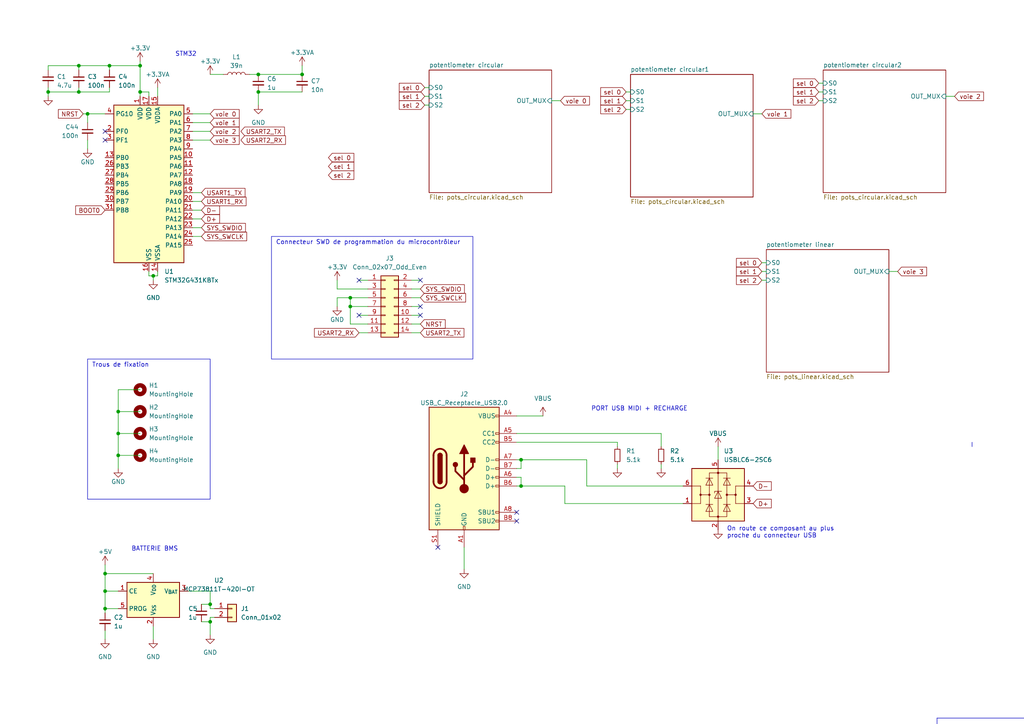
<source format=kicad_sch>
(kicad_sch (version 20230121) (generator eeschema)
  (paper "A4")
  (lib_symbols
    (symbol "Battery_Management:MCP73811T-420I-OT"
      (property "Reference" "U" (at -6.35 6.35 0))
      (property "Value" "MCP73811T-420I-OT" (at 1.27 6.35 0))
      (symbol "MCP73811T-420I-OT_0_1"
        (rectangle (start -7.62 5.08) (end 7.62 -5.08) (stroke (width 0.254)) (fill (type background)))
      )
      (symbol "MCP73811T-420I-OT_1_1"
        (pin input line (at -10.16 2.54 0) (length 2.54) (name "CE") (number "1"))
        (pin power_in line (at 0 -7.62 90) (length 2.54) (name "V_{SS}") (number "2"))
        (pin power_out line (at 10.16 2.54 180) (length 2.54) (name "V_{BAT}") (number "3"))
        (pin power_in line (at 0 7.62 270) (length 2.54) (name "V_{DD}") (number "4"))
        (pin input line (at -10.16 -2.54 0) (length 2.54) (name "PROG") (number "5"))
      )
    )
    (symbol "Connector:USB_C_Receptacle_USB2.0" (pin_names (offset 1.016))
      (property "Reference" "J" (at -10.16 19.05 0))
      (property "Value" "USB_C_Receptacle_USB2.0" (at 19.05 19.05 0))
      (symbol "USB_C_Receptacle_USB2.0_0_0"
        (rectangle (start -0.254 -17.78) (end 0.254 -16.764))
        (rectangle (start 10.16 -14.986) (end 9.144 -15.494))
        (rectangle (start 10.16 -12.446) (end 9.144 -12.954))
        (rectangle (start 10.16 -4.826) (end 9.144 -5.334))
        (rectangle (start 10.16 -2.286) (end 9.144 -2.794))
        (rectangle (start 10.16 0.254) (end 9.144 -0.254))
        (rectangle (start 10.16 2.794) (end 9.144 2.286))
        (rectangle (start 10.16 7.874) (end 9.144 7.366))
        (rectangle (start 10.16 10.414) (end 9.144 9.906))
        (rectangle (start 10.16 15.494) (end 9.144 14.986))
      )
      (symbol "USB_C_Receptacle_USB2.0_0_1"
        (rectangle (start -10.16 17.78) (end 10.16 -17.78) (stroke (width 0.254)) (fill (type background)))
        (arc (start -8.89 -3.81) (mid -6.985 -5.7067) (end -5.08 -3.81) (stroke (width 0.508)))
        (arc (start -7.62 -3.81) (mid -6.985 -4.4423) (end -6.35 -3.81) (stroke (width 0.254)))
        (arc (start -7.62 -3.81) (mid -6.985 -4.4423) (end -6.35 -3.81) (stroke (width 0.254)) (fill (type outline)))
        (rectangle (start -7.62 -3.81) (end -6.35 3.81) (stroke (width 0.254)) (fill (type outline)))
        (arc (start -6.35 3.81) (mid -6.985 4.4423) (end -7.62 3.81) (stroke (width 0.254)))
        (arc (start -6.35 3.81) (mid -6.985 4.4423) (end -7.62 3.81) (stroke (width 0.254)) (fill (type outline)))
        (arc (start -5.08 3.81) (mid -6.985 5.7067) (end -8.89 3.81) (stroke (width 0.508)))
        (circle (center -2.54 1.143) (radius 0.635) (stroke (width 0.254)) (fill (type outline)))
        (circle (center 0 -5.842) (radius 1.27) (fill (type outline)))
        (polyline (pts (xy -8.89 -3.81) (xy -8.89 3.81)) (stroke (width 0.508)))
        (polyline (pts (xy -5.08 3.81) (xy -5.08 -3.81)) (stroke (width 0.508)))
        (polyline (pts (xy 0 -5.842) (xy 0 4.318)) (stroke (width 0.508)))
        (polyline (pts (xy 0 -3.302) (xy -2.54 -0.762) (xy -2.54 0.508)) (stroke (width 0.508)))
        (polyline (pts (xy 0 -2.032) (xy 2.54 0.508) (xy 2.54 1.778)) (stroke (width 0.508)))
        (polyline (pts (xy -1.27 4.318) (xy 0 6.858) (xy 1.27 4.318) (xy -1.27 4.318)) (stroke (width 0.254)) (fill (type outline)))
        (rectangle (start 1.905 1.778) (end 3.175 3.048) (stroke (width 0.254)) (fill (type outline)))
      )
      (symbol "USB_C_Receptacle_USB2.0_1_1"
        (pin passive line (at 0 -22.86 90) (length 5.08) (name "GND") (number "A1"))
        (pin passive line (at 0 -22.86 90) (length 5.08) hide (name "GND") (number "A12"))
        (pin passive line (at 15.24 15.24 180) (length 5.08) (name "VBUS") (number "A4"))
        (pin bidirectional line (at 15.24 10.16 180) (length 5.08) (name "CC1") (number "A5"))
        (pin bidirectional line (at 15.24 -2.54 180) (length 5.08) (name "D+") (number "A6"))
        (pin bidirectional line (at 15.24 2.54 180) (length 5.08) (name "D-") (number "A7"))
        (pin bidirectional line (at 15.24 -12.7 180) (length 5.08) (name "SBU1") (number "A8"))
        (pin passive line (at 15.24 15.24 180) (length 5.08) hide (name "VBUS") (number "A9"))
        (pin passive line (at 0 -22.86 90) (length 5.08) hide (name "GND") (number "B1"))
        (pin passive line (at 0 -22.86 90) (length 5.08) hide (name "GND") (number "B12"))
        (pin passive line (at 15.24 15.24 180) (length 5.08) hide (name "VBUS") (number "B4"))
        (pin bidirectional line (at 15.24 7.62 180) (length 5.08) (name "CC2") (number "B5"))
        (pin bidirectional line (at 15.24 -5.08 180) (length 5.08) (name "D+") (number "B6"))
        (pin bidirectional line (at 15.24 0 180) (length 5.08) (name "D-") (number "B7"))
        (pin bidirectional line (at 15.24 -15.24 180) (length 5.08) (name "SBU2") (number "B8"))
        (pin passive line (at 15.24 15.24 180) (length 5.08) hide (name "VBUS") (number "B9"))
        (pin passive line (at -7.62 -22.86 90) (length 5.08) (name "SHIELD") (number "S1"))
      )
    )
    (symbol "Connector_Generic:Conn_01x02" (pin_names (offset 1.016) hide)
      (property "Reference" "J" (at 0 2.54 0))
      (property "Value" "Conn_01x02" (at 0 -5.08 0))
      (symbol "Conn_01x02_1_1"
        (rectangle (start -1.27 -2.413) (end 0 -2.667) (stroke (width 0.1524)))
        (rectangle (start -1.27 0.127) (end 0 -0.127) (stroke (width 0.1524)))
        (rectangle (start -1.27 1.27) (end 1.27 -3.81) (stroke (width 0.254)) (fill (type background)))
        (pin passive line (at -5.08 0 0) (length 3.81) (name "Pin_1") (number "1"))
        (pin passive line (at -5.08 -2.54 0) (length 3.81) (name "Pin_2") (number "2"))
      )
    )
    (symbol "Connector_Generic:Conn_02x07_Odd_Even" (pin_names (offset 1.016) hide)
      (property "Reference" "J" (at 1.27 10.16 0))
      (property "Value" "Conn_02x07_Odd_Even" (at 1.27 -10.16 0))
      (symbol "Conn_02x07_Odd_Even_1_1"
        (rectangle (start -1.27 -7.493) (end 0 -7.747) (stroke (width 0.1524)))
        (rectangle (start -1.27 -4.953) (end 0 -5.207) (stroke (width 0.1524)))
        (rectangle (start -1.27 -2.413) (end 0 -2.667) (stroke (width 0.1524)))
        (rectangle (start -1.27 0.127) (end 0 -0.127) (stroke (width 0.1524)))
        (rectangle (start -1.27 2.667) (end 0 2.413) (stroke (width 0.1524)))
        (rectangle (start -1.27 5.207) (end 0 4.953) (stroke (width 0.1524)))
        (rectangle (start -1.27 7.747) (end 0 7.493) (stroke (width 0.1524)))
        (rectangle (start -1.27 8.89) (end 3.81 -8.89) (stroke (width 0.254)) (fill (type background)))
        (rectangle (start 3.81 -7.493) (end 2.54 -7.747) (stroke (width 0.1524)))
        (rectangle (start 3.81 -4.953) (end 2.54 -5.207) (stroke (width 0.1524)))
        (rectangle (start 3.81 -2.413) (end 2.54 -2.667) (stroke (width 0.1524)))
        (rectangle (start 3.81 0.127) (end 2.54 -0.127) (stroke (width 0.1524)))
        (rectangle (start 3.81 2.667) (end 2.54 2.413) (stroke (width 0.1524)))
        (rectangle (start 3.81 5.207) (end 2.54 4.953) (stroke (width 0.1524)))
        (rectangle (start 3.81 7.747) (end 2.54 7.493) (stroke (width 0.1524)))
        (pin passive line (at -5.08 7.62 0) (length 3.81) (name "Pin_1") (number "1"))
        (pin passive line (at 7.62 -2.54 180) (length 3.81) (name "Pin_10") (number "10"))
        (pin passive line (at -5.08 -5.08 0) (length 3.81) (name "Pin_11") (number "11"))
        (pin passive line (at 7.62 -5.08 180) (length 3.81) (name "Pin_12") (number "12"))
        (pin passive line (at -5.08 -7.62 0) (length 3.81) (name "Pin_13") (number "13"))
        (pin passive line (at 7.62 -7.62 180) (length 3.81) (name "Pin_14") (number "14"))
        (pin passive line (at 7.62 7.62 180) (length 3.81) (name "Pin_2") (number "2"))
        (pin passive line (at -5.08 5.08 0) (length 3.81) (name "Pin_3") (number "3"))
        (pin passive line (at 7.62 5.08 180) (length 3.81) (name "Pin_4") (number "4"))
        (pin passive line (at -5.08 2.54 0) (length 3.81) (name "Pin_5") (number "5"))
        (pin passive line (at 7.62 2.54 180) (length 3.81) (name "Pin_6") (number "6"))
        (pin passive line (at -5.08 0 0) (length 3.81) (name "Pin_7") (number "7"))
        (pin passive line (at 7.62 0 180) (length 3.81) (name "Pin_8") (number "8"))
        (pin passive line (at -5.08 -2.54 0) (length 3.81) (name "Pin_9") (number "9"))
      )
    )
    (symbol "Device:C_Small" (pin_numbers hide) (pin_names (offset 0.254) hide)
      (property "Reference" "C" (at 0.254 1.778 0))
      (property "Value" "C_Small" (at 0.254 -2.032 0))
      (symbol "C_Small_0_1"
        (polyline (pts (xy -1.524 -0.508) (xy 1.524 -0.508)) (stroke (width 0.3302)))
        (polyline (pts (xy -1.524 0.508) (xy 1.524 0.508)) (stroke (width 0.3048)))
      )
      (symbol "C_Small_1_1"
        (pin passive line (at 0 2.54 270) (length 2.032) (name "~") (number "1"))
        (pin passive line (at 0 -2.54 90) (length 2.032) (name "~") (number "2"))
      )
    )
    (symbol "Device:L" (pin_numbers hide) (pin_names (offset 1.016) hide)
      (property "Reference" "L" (at -1.27 0 90))
      (property "Value" "L" (at 1.905 0 90))
      (symbol "L_0_1"
        (arc (start 0 -2.54) (mid 0.6323 -1.905) (end 0 -1.27))
        (arc (start 0 -1.27) (mid 0.6323 -0.635) (end 0 0))
        (arc (start 0 0) (mid 0.6323 0.635) (end 0 1.27))
        (arc (start 0 1.27) (mid 0.6323 1.905) (end 0 2.54))
      )
      (symbol "L_1_1"
        (pin passive line (at 0 3.81 270) (length 1.27) (name "1") (number "1"))
        (pin passive line (at 0 -3.81 90) (length 1.27) (name "2") (number "2"))
      )
    )
    (symbol "Device:R_Small" (pin_numbers hide) (pin_names (offset 0.254) hide)
      (property "Reference" "R" (at 0.762 0.508 0))
      (property "Value" "R_Small" (at 0.762 -1.016 0))
      (symbol "R_Small_0_1"
        (rectangle (start -0.762 1.778) (end 0.762 -1.778) (stroke (width 0.2032)))
      )
      (symbol "R_Small_1_1"
        (pin passive line (at 0 2.54 270) (length 0.762) (name "~") (number "1"))
        (pin passive line (at 0 -2.54 90) (length 0.762) (name "~") (number "2"))
      )
    )
    (symbol "MCU_ST_STM32G4:STM32G431KBTx"
      (property "Reference" "U" (at -10.16 24.13 0))
      (property "Value" "STM32G431KBTx" (at 5.08 24.13 0))
      (symbol "STM32G431KBTx_0_1"
        (rectangle (start -10.16 -22.86) (end 10.16 22.86) (stroke (width 0.254)) (fill (type background)))
      )
      (symbol "STM32G431KBTx_1_1"
        (pin power_in line (at -2.54 25.4 270) (length 2.54) (name "VDD") (number "1"))
        (pin bidirectional line (at 12.7 7.62 180) (length 2.54) (name "PA5") (number "10"))
        (pin bidirectional line (at 12.7 5.08 180) (length 2.54) (name "PA6") (number "11"))
        (pin bidirectional line (at 12.7 2.54 180) (length 2.54) (name "PA7") (number "12"))
        (pin bidirectional line (at -12.7 7.62 0) (length 2.54) (name "PB0") (number "13"))
        (pin power_in line (at 2.54 -25.4 90) (length 2.54) (name "VSSA") (number "14"))
        (pin power_in line (at 2.54 25.4 270) (length 2.54) (name "VDDA") (number "15"))
        (pin power_in line (at 0 -25.4 90) (length 2.54) (name "VSS") (number "16"))
        (pin power_in line (at 0 25.4 270) (length 2.54) (name "VDD") (number "17"))
        (pin bidirectional line (at 12.7 0 180) (length 2.54) (name "PA8") (number "18"))
        (pin bidirectional line (at 12.7 -2.54 180) (length 2.54) (name "PA9") (number "19"))
        (pin bidirectional line (at -12.7 15.24 0) (length 2.54) (name "PF0") (number "2"))
        (pin bidirectional line (at 12.7 -5.08 180) (length 2.54) (name "PA10") (number "20"))
        (pin bidirectional line (at 12.7 -7.62 180) (length 2.54) (name "PA11") (number "21"))
        (pin bidirectional line (at 12.7 -10.16 180) (length 2.54) (name "PA12") (number "22"))
        (pin bidirectional line (at 12.7 -12.7 180) (length 2.54) (name "PA13") (number "23"))
        (pin bidirectional line (at 12.7 -15.24 180) (length 2.54) (name "PA14") (number "24"))
        (pin bidirectional line (at 12.7 -17.78 180) (length 2.54) (name "PA15") (number "25"))
        (pin bidirectional line (at -12.7 5.08 0) (length 2.54) (name "PB3") (number "26"))
        (pin bidirectional line (at -12.7 2.54 0) (length 2.54) (name "PB4") (number "27"))
        (pin bidirectional line (at -12.7 0 0) (length 2.54) (name "PB5") (number "28"))
        (pin bidirectional line (at -12.7 -2.54 0) (length 2.54) (name "PB6") (number "29"))
        (pin bidirectional line (at -12.7 12.7 0) (length 2.54) (name "PF1") (number "3"))
        (pin bidirectional line (at -12.7 -5.08 0) (length 2.54) (name "PB7") (number "30"))
        (pin bidirectional line (at -12.7 -7.62 0) (length 2.54) (name "PB8") (number "31"))
        (pin passive line (at 0 -25.4 90) (length 2.54) hide (name "VSS") (number "32"))
        (pin bidirectional line (at -12.7 20.32 0) (length 2.54) (name "PG10") (number "4"))
        (pin bidirectional line (at 12.7 20.32 180) (length 2.54) (name "PA0") (number "5"))
        (pin bidirectional line (at 12.7 17.78 180) (length 2.54) (name "PA1") (number "6"))
        (pin bidirectional line (at 12.7 15.24 180) (length 2.54) (name "PA2") (number "7"))
        (pin bidirectional line (at 12.7 12.7 180) (length 2.54) (name "PA3") (number "8"))
        (pin bidirectional line (at 12.7 10.16 180) (length 2.54) (name "PA4") (number "9"))
      )
    )
    (symbol "Mechanical:MountingHole" (pin_names (offset 1.016))
      (property "Reference" "H" (at 0 5.08 0))
      (property "Value" "MountingHole" (at 0 3.175 0))
      (symbol "MountingHole_0_1"
        (circle (center 0 0) (radius 1.27) (stroke (width 1.27)))
      )
    )
    (symbol "Power_Protection:USBLC6-2SC6" (pin_names hide)
      (property "Reference" "U" (at 2.54 8.89 0))
      (property "Value" "USBLC6-2SC6" (at 2.54 -8.89 0))
      (symbol "USBLC6-2SC6_0_1"
        (rectangle (start -7.62 -7.62) (end 7.62 7.62) (stroke (width 0.254)) (fill (type background)))
        (circle (center -5.08 0) (radius 0.254) (fill (type outline)))
        (circle (center -2.54 0) (radius 0.254) (fill (type outline)))
        (rectangle (start -2.54 6.35) (end 2.54 -6.35))
        (circle (center 0 -6.35) (radius 0.254) (fill (type outline)))
        (polyline (pts (xy -5.08 -2.54) (xy -7.62 -2.54)))
        (polyline (pts (xy -5.08 0) (xy -5.08 -2.54)))
        (polyline (pts (xy -5.08 2.54) (xy -7.62 2.54)))
        (polyline (pts (xy -1.524 -2.794) (xy -3.556 -2.794)))
        (polyline (pts (xy -1.524 4.826) (xy -3.556 4.826)))
        (polyline (pts (xy 0 -7.62) (xy 0 -6.35)))
        (polyline (pts (xy 0 -6.35) (xy 0 1.27)))
        (polyline (pts (xy 0 1.27) (xy 0 6.35)))
        (polyline (pts (xy 0 6.35) (xy 0 7.62)))
        (polyline (pts (xy 1.524 -2.794) (xy 3.556 -2.794)))
        (polyline (pts (xy 1.524 4.826) (xy 3.556 4.826)))
        (polyline (pts (xy 5.08 -2.54) (xy 7.62 -2.54)))
        (polyline (pts (xy 5.08 0) (xy 5.08 -2.54)))
        (polyline (pts (xy 5.08 2.54) (xy 7.62 2.54)))
        (polyline (pts (xy -2.54 0) (xy -5.08 0) (xy -5.08 2.54)))
        (polyline (pts (xy 2.54 0) (xy 5.08 0) (xy 5.08 2.54)))
        (polyline (pts (xy -3.556 -4.826) (xy -1.524 -4.826) (xy -2.54 -2.794) (xy -3.556 -4.826)))
        (polyline (pts (xy -3.556 2.794) (xy -1.524 2.794) (xy -2.54 4.826) (xy -3.556 2.794)))
        (polyline (pts (xy -1.016 -1.016) (xy 1.016 -1.016) (xy 0 1.016) (xy -1.016 -1.016)))
        (polyline (pts (xy 1.016 1.016) (xy 0.762 1.016) (xy -1.016 1.016) (xy -1.016 0.508)))
        (polyline (pts (xy 3.556 -4.826) (xy 1.524 -4.826) (xy 2.54 -2.794) (xy 3.556 -4.826)))
        (polyline (pts (xy 3.556 2.794) (xy 1.524 2.794) (xy 2.54 4.826) (xy 3.556 2.794)))
        (circle (center 0 6.35) (radius 0.254) (fill (type outline)))
        (circle (center 2.54 0) (radius 0.254) (fill (type outline)))
        (circle (center 5.08 0) (radius 0.254) (fill (type outline)))
      )
      (symbol "USBLC6-2SC6_1_1"
        (pin passive line (at -10.16 -2.54 0) (length 2.54) (name "I/O1") (number "1"))
        (pin passive line (at 0 -10.16 90) (length 2.54) (name "GND") (number "2"))
        (pin passive line (at 10.16 -2.54 180) (length 2.54) (name "I/O2") (number "3"))
        (pin passive line (at 10.16 2.54 180) (length 2.54) (name "I/O2") (number "4"))
        (pin passive line (at 0 10.16 270) (length 2.54) (name "VBUS") (number "5"))
        (pin passive line (at -10.16 2.54 0) (length 2.54) (name "I/O1") (number "6"))
      )
    )
    (symbol "power:+3.3V" (power) (pin_names (offset 0))
      (property "Value" "+3.3V" (at 0 3.556 0))
      (symbol "+3.3V_0_1"
        (polyline (pts (xy -0.762 1.27) (xy 0 2.54)))
        (polyline (pts (xy 0 0) (xy 0 2.54)))
        (polyline (pts (xy 0 2.54) (xy 0.762 1.27)))
      )
      (symbol "+3.3V_1_1"
        (pin power_in line (at 0 0 90) (length 0) hide (name "+3.3V") (number "1"))
      )
    )
    (symbol "power:+3.3VA" (power) (pin_names (offset 0))
      (property "Value" "+3.3VA" (at 0 3.556 0))
      (symbol "+3.3VA_0_1"
        (polyline (pts (xy -0.762 1.27) (xy 0 2.54)))
        (polyline (pts (xy 0 0) (xy 0 2.54)))
        (polyline (pts (xy 0 2.54) (xy 0.762 1.27)))
      )
      (symbol "+3.3VA_1_1"
        (pin power_in line (at 0 0 90) (length 0) hide (name "+3.3VA") (number "1"))
      )
    )
    (symbol "power:+5V" (power) (pin_names (offset 0))
      (property "Value" "+5V" (at 0 3.556 0))
      (symbol "+5V_0_1"
        (polyline (pts (xy -0.762 1.27) (xy 0 2.54)))
        (polyline (pts (xy 0 0) (xy 0 2.54)))
        (polyline (pts (xy 0 2.54) (xy 0.762 1.27)))
      )
      (symbol "+5V_1_1"
        (pin power_in line (at 0 0 90) (length 0) hide (name "+5V") (number "1"))
      )
    )
    (symbol "power:GND" (power) (pin_names (offset 0))
      (property "Value" "GND" (at 0 -3.81 0))
      (symbol "GND_0_1"
        (polyline (pts (xy 0 0) (xy 0 -1.27) (xy 1.27 -1.27) (xy 0 -2.54) (xy -1.27 -1.27) (xy 0 -1.27)))
      )
      (symbol "GND_1_1"
        (pin power_in line (at 0 0 270) (length 0) hide (name "GND") (number "1"))
      )
    )
    (symbol "power:VBUS" (power) (pin_names (offset 0))
      (property "Value" "VBUS" (at 0 3.81 0))
      (symbol "VBUS_0_1"
        (polyline (pts (xy -0.762 1.27) (xy 0 2.54)))
        (polyline (pts (xy 0 0) (xy 0 2.54)))
        (polyline (pts (xy 0 2.54) (xy 0.762 1.27)))
      )
      (symbol "VBUS_1_1"
        (pin power_in line (at 0 0 90) (length 0) hide (name "VBUS") (number "1"))
      )
    )
  )
  (junction (at 34.29 119.38))
  (junction (at 60.96 180.34))
  (junction (at 44.45 80.01))
  (junction (at 101.6 88.9))
  (junction (at 25.4 33.02))
  (junction (at 30.48 166.37))
  (junction (at 31.75 19.05))
  (junction (at 60.96 175.26))
  (junction (at 34.29 132.08))
  (junction (at 34.29 125.73))
  (junction (at 151.13 140.97))
  (junction (at 30.48 171.45))
  (junction (at 74.93 26.67))
  (junction (at 13.97 26.67))
  (junction (at 30.48 176.53))
  (junction (at 101.6 86.36))
  (junction (at 74.93 21.59))
  (junction (at 87.63 21.59))
  (junction (at 151.13 133.35))
  (junction (at 40.64 26.67))
  (junction (at 40.64 19.05))
  (junction (at 22.86 19.05))
  (junction (at 22.86 26.67))
  (no_connect (at 104.14 91.44))
  (no_connect (at 30.48 40.64))
  (no_connect (at 121.92 88.9))
  (no_connect (at 149.86 148.59))
  (no_connect (at 127 158.75))
  (no_connect (at 121.92 91.44))
  (no_connect (at 104.14 81.28))
  (no_connect (at 149.86 151.13))
  (no_connect (at 30.48 38.1))
  (no_connect (at 121.92 81.28))
  (wire (pts (xy 87.63 19.05) (xy 87.63 21.59)))
  (polyline (pts (xy 364.49 208.28) (xy 271.78 208.28)))
  (wire (pts (xy 55.88 58.42) (xy 58.42 58.42)))
  (wire (pts (xy 220.98 81.28) (xy 222.25 81.28)))
  (wire (pts (xy 60.96 180.34) (xy 60.96 184.15)))
  (wire (pts (xy 119.38 88.9) (xy 121.92 88.9)))
  (wire (pts (xy 149.86 120.65) (xy 157.48 120.65)))
  (wire (pts (xy 97.79 83.82) (xy 106.68 83.82)))
  (wire (pts (xy 13.97 26.67) (xy 13.97 27.94)))
  (wire (pts (xy 40.64 27.94) (xy 40.64 26.67)))
  (wire (pts (xy 181.61 26.67) (xy 182.88 26.67)))
  (wire (pts (xy 13.97 25.4) (xy 13.97 26.67)))
  (wire (pts (xy 163.83 140.97) (xy 163.83 146.05)))
  (wire (pts (xy 40.64 132.08) (xy 34.29 132.08)))
  (wire (pts (xy 40.64 17.78) (xy 40.64 19.05)))
  (wire (pts (xy 40.64 19.05) (xy 31.75 19.05)))
  (wire (pts (xy 40.64 119.38) (xy 34.29 119.38)))
  (wire (pts (xy 151.13 133.35) (xy 170.18 133.35)))
  (wire (pts (xy 123.19 25.4) (xy 124.46 25.4)))
  (wire (pts (xy 237.49 26.67) (xy 238.76 26.67)))
  (wire (pts (xy 104.14 91.44) (xy 106.68 91.44)))
  (wire (pts (xy 149.86 140.97) (xy 151.13 140.97)))
  (wire (pts (xy 30.48 166.37) (xy 44.45 166.37)))
  (wire (pts (xy 179.07 134.62) (xy 179.07 135.89)))
  (wire (pts (xy 74.93 26.67) (xy 87.63 26.67)))
  (wire (pts (xy 60.96 175.26) (xy 60.96 176.53)))
  (wire (pts (xy 163.83 146.05) (xy 198.12 146.05)))
  (wire (pts (xy 25.4 40.64) (xy 25.4 43.18)))
  (wire (pts (xy 13.97 19.05) (xy 13.97 20.32)))
  (wire (pts (xy 218.44 33.02) (xy 220.98 33.02)))
  (wire (pts (xy 34.29 119.38) (xy 34.29 125.73)))
  (wire (pts (xy 55.88 66.04) (xy 58.42 66.04)))
  (wire (pts (xy 45.72 80.01) (xy 45.72 78.74)))
  (wire (pts (xy 30.48 176.53) (xy 30.48 171.45)))
  (wire (pts (xy 44.45 181.61) (xy 44.45 185.42)))
  (wire (pts (xy 106.68 93.98) (xy 101.6 93.98)))
  (wire (pts (xy 58.42 175.26) (xy 60.96 175.26)))
  (wire (pts (xy 13.97 26.67) (xy 22.86 26.67)))
  (wire (pts (xy 149.86 135.89) (xy 151.13 135.89)))
  (wire (pts (xy 40.64 26.67) (xy 40.64 19.05)))
  (wire (pts (xy 22.86 25.4) (xy 22.86 26.67)))
  (wire (pts (xy 55.88 35.56) (xy 60.96 35.56)))
  (wire (pts (xy 44.45 80.01) (xy 45.72 80.01)))
  (wire (pts (xy 170.18 140.97) (xy 170.18 133.35)))
  (wire (pts (xy 34.29 176.53) (xy 30.48 176.53)))
  (wire (pts (xy 191.77 134.62) (xy 191.77 135.89)))
  (wire (pts (xy 55.88 33.02) (xy 60.96 33.02)))
  (wire (pts (xy 257.81 78.74) (xy 260.35 78.74)))
  (wire (pts (xy 30.48 166.37) (xy 30.48 171.45)))
  (wire (pts (xy 134.62 158.75) (xy 134.62 165.1)))
  (wire (pts (xy 30.48 176.53) (xy 30.48 177.8)))
  (wire (pts (xy 22.86 19.05) (xy 22.86 20.32)))
  (wire (pts (xy 220.98 76.2) (xy 222.25 76.2)))
  (wire (pts (xy 149.86 125.73) (xy 191.77 125.73)))
  (wire (pts (xy 62.23 176.53) (xy 60.96 176.53)))
  (wire (pts (xy 60.96 21.59) (xy 64.77 21.59)))
  (wire (pts (xy 97.79 86.36) (xy 101.6 86.36)))
  (wire (pts (xy 149.86 128.27) (xy 179.07 128.27)))
  (wire (pts (xy 191.77 125.73) (xy 191.77 129.54)))
  (wire (pts (xy 25.4 33.02) (xy 30.48 33.02)))
  (wire (pts (xy 40.64 26.67) (xy 43.18 26.67)))
  (wire (pts (xy 179.07 128.27) (xy 179.07 129.54)))
  (wire (pts (xy 123.19 30.48) (xy 124.46 30.48)))
  (wire (pts (xy 119.38 93.98) (xy 121.92 93.98)))
  (wire (pts (xy 22.86 19.05) (xy 13.97 19.05)))
  (wire (pts (xy 181.61 29.21) (xy 182.88 29.21)))
  (wire (pts (xy 43.18 80.01) (xy 44.45 80.01)))
  (wire (pts (xy 104.14 81.28) (xy 106.68 81.28)))
  (wire (pts (xy 72.39 21.59) (xy 74.93 21.59)))
  (wire (pts (xy 25.4 33.02) (xy 25.4 35.56)))
  (wire (pts (xy 55.88 40.64) (xy 60.96 40.64)))
  (wire (pts (xy 34.29 113.03) (xy 34.29 119.38)))
  (wire (pts (xy 198.12 140.97) (xy 170.18 140.97)))
  (wire (pts (xy 119.38 96.52) (xy 121.92 96.52)))
  (wire (pts (xy 74.93 21.59) (xy 87.63 21.59)))
  (wire (pts (xy 54.61 171.45) (xy 60.96 171.45)))
  (wire (pts (xy 60.96 171.45) (xy 60.96 175.26)))
  (wire (pts (xy 30.48 163.83) (xy 30.48 166.37)))
  (wire (pts (xy 34.29 132.08) (xy 34.29 135.89)))
  (wire (pts (xy 55.88 38.1) (xy 60.96 38.1)))
  (polyline (pts (xy 281.94 128.27) (xy 281.94 129.54)))
  (wire (pts (xy 119.38 83.82) (xy 121.92 83.82)))
  (wire (pts (xy 97.79 86.36) (xy 97.79 88.9)))
  (wire (pts (xy 24.13 33.02) (xy 25.4 33.02)))
  (wire (pts (xy 44.45 80.01) (xy 44.45 81.28)))
  (wire (pts (xy 60.96 179.07) (xy 60.96 180.34)))
  (wire (pts (xy 220.98 78.74) (xy 222.25 78.74)))
  (wire (pts (xy 123.19 27.94) (xy 124.46 27.94)))
  (wire (pts (xy 43.18 78.74) (xy 43.18 80.01)))
  (wire (pts (xy 160.02 29.21) (xy 162.56 29.21)))
  (wire (pts (xy 30.48 182.88) (xy 30.48 185.42)))
  (wire (pts (xy 208.28 129.54) (xy 208.28 133.35)))
  (wire (pts (xy 119.38 91.44) (xy 121.92 91.44)))
  (wire (pts (xy 62.23 179.07) (xy 60.96 179.07)))
  (wire (pts (xy 119.38 81.28) (xy 121.92 81.28)))
  (wire (pts (xy 55.88 55.88) (xy 58.42 55.88)))
  (wire (pts (xy 237.49 29.21) (xy 238.76 29.21)))
  (wire (pts (xy 151.13 140.97) (xy 163.83 140.97)))
  (wire (pts (xy 22.86 26.67) (xy 31.75 26.67)))
  (wire (pts (xy 34.29 125.73) (xy 34.29 132.08)))
  (wire (pts (xy 55.88 60.96) (xy 58.42 60.96)))
  (wire (pts (xy 101.6 88.9) (xy 106.68 88.9)))
  (wire (pts (xy 74.93 26.67) (xy 74.93 30.48)))
  (wire (pts (xy 151.13 135.89) (xy 151.13 133.35)))
  (wire (pts (xy 55.88 63.5) (xy 58.42 63.5)))
  (wire (pts (xy 58.42 180.34) (xy 60.96 180.34)))
  (wire (pts (xy 101.6 86.36) (xy 106.68 86.36)))
  (wire (pts (xy 30.48 171.45) (xy 34.29 171.45)))
  (wire (pts (xy 101.6 88.9) (xy 101.6 86.36)))
  (wire (pts (xy 149.86 138.43) (xy 151.13 138.43)))
  (wire (pts (xy 31.75 19.05) (xy 31.75 20.32)))
  (wire (pts (xy 31.75 26.67) (xy 31.75 25.4)))
  (polyline (pts (xy 271.78 208.28) (xy 271.78 219.71)))
  (wire (pts (xy 237.49 24.13) (xy 238.76 24.13)))
  (wire (pts (xy 151.13 138.43) (xy 151.13 140.97)))
  (wire (pts (xy 40.64 113.03) (xy 34.29 113.03)))
  (wire (pts (xy 101.6 93.98) (xy 101.6 88.9)))
  (wire (pts (xy 97.79 81.28) (xy 97.79 83.82)))
  (wire (pts (xy 274.32 27.94) (xy 276.86 27.94)))
  (wire (pts (xy 119.38 86.36) (xy 121.92 86.36)))
  (wire (pts (xy 55.88 68.58) (xy 58.42 68.58)))
  (wire (pts (xy 181.61 31.75) (xy 182.88 31.75)))
  (wire (pts (xy 31.75 19.05) (xy 22.86 19.05)))
  (wire (pts (xy 149.86 133.35) (xy 151.13 133.35)))
  (wire (pts (xy 45.72 27.94) (xy 45.72 25.4)))
  (wire (pts (xy 104.14 96.52) (xy 106.68 96.52)))
  (wire (pts (xy 40.64 125.73) (xy 34.29 125.73)))
  (wire (pts (xy 43.18 27.94) (xy 43.18 26.67)))
  (rectangle (start 78.74 68.58) (end 137.16 104.14))
  (rectangle (start 25.4 104.14) (end 60.96 144.78))
  (text "On route ce composant au plus \nproche du connecteur USB" (at 210.82 156.21 0) (effects (font (size 1.27 1.27)) (justify left bottom)))
  (text "Trous de fixation" (at 26.67 106.68 0) (effects (font (size 1.27 1.27)) (justify left bottom)))
  (text "PORT USB MIDI + RECHARGE" (at 171.45 119.38 0) (effects (font (size 1.27 1.27)) (justify left bottom)))
  (text "STM32" (at 50.8 16.51 0) (effects (font (size 1.27 1.27)) (justify left bottom)))
  (text "BATTERIE BMS " (at 38.1 160.02 0) (effects (font (size 1.27 1.27)) (justify left bottom)))
  (text "Connecteur SWD de programmation du microcontrôleur" (at 80.01 71.12 0) (effects (font (size 1.27 1.27)) (justify left bottom)))
  (global_label "SYS_SWDIO" (shape input) (at 58.42 66.04 0) (property "Intersheetrefs" "${INTERSHEET_REFS}" (effects hide)))
  (global_label "sel 1" (shape input) (at 237.49 26.67 180) (property "Intersheetrefs" "${INTERSHEET_REFS}" (effects hide)))
  (global_label "NRST" (shape input) (at 121.92 93.98 0) (property "Intersheetrefs" "${INTERSHEET_REFS}" (effects hide)))
  (global_label "USART1_TX" (shape input) (at 58.42 55.88 0) (property "Intersheetrefs" "${INTERSHEET_REFS}" (effects hide)))
  (global_label "sel 2" (shape input) (at 123.19 30.48 180) (property "Intersheetrefs" "${INTERSHEET_REFS}" (effects hide)))
  (global_label "voie 3" (shape input) (at 60.96 40.64 0) (property "Intersheetrefs" "${INTERSHEET_REFS}" (effects hide)))
  (global_label "USART2_TX" (shape input) (at 69.85 38.1 0) (property "Intersheetrefs" "${INTERSHEET_REFS}" (effects hide)))
  (global_label "voie 1" (shape input) (at 220.98 33.02 0) (property "Intersheetrefs" "${INTERSHEET_REFS}" (effects hide)))
  (global_label "SYS_SWCLK" (shape input) (at 58.42 68.58 0) (property "Intersheetrefs" "${INTERSHEET_REFS}" (effects hide)))
  (global_label "D-" (shape input) (at 218.44 140.97 0) (property "Intersheetrefs" "${INTERSHEET_REFS}" (effects hide)))
  (global_label "sel 1" (shape input) (at 95.25 48.26 0) (property "Intersheetrefs" "${INTERSHEET_REFS}" (effects hide)))
  (global_label "D-" (shape input) (at 58.42 60.96 0) (property "Intersheetrefs" "${INTERSHEET_REFS}" (effects hide)))
  (global_label "USART2_TX" (shape input) (at 121.92 96.52 0) (property "Intersheetrefs" "${INTERSHEET_REFS}" (effects hide)))
  (global_label "voie 0" (shape input) (at 162.56 29.21 0) (property "Intersheetrefs" "${INTERSHEET_REFS}" (effects hide)))
  (global_label "sel 1" (shape input) (at 123.19 27.94 180) (property "Intersheetrefs" "${INTERSHEET_REFS}" (effects hide)))
  (global_label "voie 1" (shape input) (at 60.96 35.56 0) (property "Intersheetrefs" "${INTERSHEET_REFS}" (effects hide)))
  (global_label "sel 1" (shape input) (at 220.98 78.74 180) (property "Intersheetrefs" "${INTERSHEET_REFS}" (effects hide)))
  (global_label "sel 1" (shape input) (at 181.61 29.21 180) (property "Intersheetrefs" "${INTERSHEET_REFS}" (effects hide)))
  (global_label "NRST" (shape input) (at 24.13 33.02 180) (property "Intersheetrefs" "${INTERSHEET_REFS}" (effects hide)))
  (global_label "voie 2" (shape input) (at 276.86 27.94 0) (property "Intersheetrefs" "${INTERSHEET_REFS}" (effects hide)))
  (global_label "USART2_RX" (shape input) (at 104.14 96.52 180) (property "Intersheetrefs" "${INTERSHEET_REFS}" (effects hide)))
  (global_label "voie 2" (shape input) (at 60.96 38.1 0) (property "Intersheetrefs" "${INTERSHEET_REFS}" (effects hide)))
  (global_label "sel 2" (shape input) (at 95.25 50.8 0) (property "Intersheetrefs" "${INTERSHEET_REFS}" (effects hide)))
  (global_label "SYS_SWDIO" (shape input) (at 121.92 83.82 0) (property "Intersheetrefs" "${INTERSHEET_REFS}" (effects hide)))
  (global_label "D+" (shape input) (at 218.44 146.05 0) (property "Intersheetrefs" "${INTERSHEET_REFS}" (effects hide)))
  (global_label "sel 2" (shape input) (at 237.49 29.21 180) (property "Intersheetrefs" "${INTERSHEET_REFS}" (effects hide)))
  (global_label "voie 0" (shape input) (at 60.96 33.02 0) (property "Intersheetrefs" "${INTERSHEET_REFS}" (effects hide)))
  (global_label "BOOT0" (shape input) (at 30.48 60.96 180) (property "Intersheetrefs" "${INTERSHEET_REFS}" (effects hide)))
  (global_label "USART2_RX" (shape input) (at 69.85 40.64 0) (property "Intersheetrefs" "${INTERSHEET_REFS}" (effects hide)))
  (global_label "D+" (shape input) (at 58.42 63.5 0) (property "Intersheetrefs" "${INTERSHEET_REFS}" (effects hide)))
  (global_label "sel 0" (shape input) (at 181.61 26.67 180) (property "Intersheetrefs" "${INTERSHEET_REFS}" (effects hide)))
  (global_label "sel 2" (shape input) (at 220.98 81.28 180) (property "Intersheetrefs" "${INTERSHEET_REFS}" (effects hide)))
  (global_label "SYS_SWCLK" (shape input) (at 121.92 86.36 0) (property "Intersheetrefs" "${INTERSHEET_REFS}" (effects hide)))
  (global_label "sel 0" (shape input) (at 95.25 45.72 0) (property "Intersheetrefs" "${INTERSHEET_REFS}" (effects hide)))
  (global_label "sel 0" (shape input) (at 237.49 24.13 180) (property "Intersheetrefs" "${INTERSHEET_REFS}" (effects hide)))
  (global_label "voie 3" (shape input) (at 260.35 78.74 0) (property "Intersheetrefs" "${INTERSHEET_REFS}" (effects hide)))
  (global_label "sel 0" (shape input) (at 220.98 76.2 180) (property "Intersheetrefs" "${INTERSHEET_REFS}" (effects hide)))
  (global_label "sel 0" (shape input) (at 123.19 25.4 180) (property "Intersheetrefs" "${INTERSHEET_REFS}" (effects hide)))
  (global_label "USART1_RX" (shape input) (at 58.42 58.42 0) (property "Intersheetrefs" "${INTERSHEET_REFS}" (effects hide)))
  (global_label "sel 2" (shape input) (at 181.61 31.75 180) (property "Intersheetrefs" "${INTERSHEET_REFS}" (effects hide)))
  (symbol (lib_id "power:GND") (at 44.45 185.42 0) (unit 1)
    (property "Reference" "#PWR06" (effects hide))
    (property "Value" "GND" (at 44.45 190.5 0))
  )
  (symbol (lib_id "power:GND") (at 208.28 153.67 0) (unit 1)
    (property "Reference" "#PWR018" (effects hide))
    (property "Value" "GND" (effects hide))
  )
  (symbol (lib_id "Device:R_Small") (at 179.07 132.08 0) (unit 1)
    (property "Reference" "R1" (at 181.61 130.81 0) (effects (justify left)))
    (property "Value" "5.1k" (at 181.61 133.35 0) (effects (justify left)))
  )
  (symbol (lib_id "power:GND") (at 191.77 135.89 0) (unit 1)
    (property "Reference" "#PWR016" (effects hide))
    (property "Value" "GND" (effects hide))
  )
  (symbol (lib_id "MCU_ST_STM32G4:STM32G431KBTx") (at 43.18 53.34 0) (unit 1)
    (property "Reference" "U1" (at 47.6759 78.74 0) (effects (justify left)))
    (property "Value" "STM32G431KBTx" (at 47.6759 81.28 0) (effects (justify left)))
    (property "Footprint" "Package_QFP:LQFP-32_7x7mm_P0.8mm" (effects hide))
    (property "Datasheet" "https://www.st.com/resource/en/datasheet/stm32g431kb.pdf" (effects hide))
  )
  (symbol (lib_id "power:+3.3V") (at 60.96 21.59 0) (unit 1)
    (property "Reference" "#PWR08" (effects hide))
    (property "Value" "+3.3V" (at 60.96 17.78 0))
  )
  (symbol (lib_id "power:GND") (at 97.79 88.9 0) (unit 1)
    (property "Reference" "#PWR044" (effects hide))
    (property "Value" "GND" (at 97.79 92.71 0))
  )
  (symbol (lib_id "power:GND") (at 34.29 135.89 0) (unit 1)
    (property "Reference" "#PWR010" (effects hide))
    (property "Value" "GND" (at 34.29 139.7 0))
  )
  (symbol (lib_id "power:GND") (at 25.4 43.18 0) (mirror y) (unit 1)
    (property "Reference" "#PWR045" (effects hide))
    (property "Value" "GND" (at 25.4 46.99 0))
  )
  (symbol (lib_id "Connector:USB_C_Receptacle_USB2.0") (at 134.62 135.89 0) (unit 1)
    (property "Reference" "J2" (at 134.62 114.3 0))
    (property "Value" "USB_C_Receptacle_USB2.0" (at 134.62 116.84 0))
    (property "Datasheet" "https://www.usb.org/sites/default/files/documents/usb_type-c.zip" (effects hide))
  )
  (symbol (lib_id "power:GND") (at 30.48 185.42 0) (unit 1)
    (property "Reference" "#PWR03" (effects hide))
    (property "Value" "GND" (at 30.48 190.5 0))
  )
  (symbol (lib_id "power:+5V") (at 30.48 163.83 0) (unit 1)
    (property "Reference" "#PWR02" (effects hide))
    (property "Value" "+5V" (at 30.48 160.02 0))
  )
  (symbol (lib_id "Mechanical:MountingHole") (at 40.64 132.08 0) (unit 1)
    (property "Reference" "H4" (at 43.18 130.81 0) (effects (justify left)))
    (property "Value" "MountingHole" (at 43.18 133.35 0) (effects (justify left)))
    (property "Footprint" "MountingHole:MountingHole_3.2mm_M3_DIN965_Pad" (effects hide))
  )
  (symbol (lib_id "power:+3.3V") (at 40.64 17.78 0) (unit 1)
    (property "Reference" "#PWR04" (effects hide))
    (property "Value" "+3.3V" (at 40.64 13.97 0))
  )
  (symbol (lib_id "power:GND") (at 44.45 81.28 0) (unit 1)
    (property "Reference" "#PWR05" (effects hide))
    (property "Value" "GND" (at 44.45 86.36 0))
  )
  (symbol (lib_id "Device:L") (at 68.58 21.59 90) (unit 1)
    (property "Reference" "L1" (at 68.58 16.51 90))
    (property "Value" "39n" (at 68.58 19.05 90))
  )
  (symbol (lib_id "Device:C_Small") (at 74.93 24.13 0) (unit 1)
    (property "Reference" "C6" (at 77.47 22.8663 0) (effects (justify left)))
    (property "Value" "1u" (at 77.47 25.4063 0) (effects (justify left)))
  )
  (symbol (lib_id "power:GND") (at 179.07 135.89 0) (unit 1)
    (property "Reference" "#PWR015" (effects hide))
    (property "Value" "GND" (effects hide))
  )
  (symbol (lib_id "Power_Protection:USBLC6-2SC6") (at 208.28 143.51 0) (unit 1)
    (property "Reference" "U3" (at 209.9311 130.81 0) (effects (justify left)))
    (property "Value" "USBLC6-2SC6" (at 209.9311 133.35 0) (effects (justify left)))
    (property "Footprint" "Package_TO_SOT_SMD:SOT-23-6" (effects hide))
    (property "Datasheet" "https://www.st.com/resource/en/datasheet/usblc6-2.pdf" (effects hide))
  )
  (symbol (lib_id "Mechanical:MountingHole") (at 40.64 125.73 0) (unit 1)
    (property "Reference" "H3" (at 43.18 124.46 0) (effects (justify left)))
    (property "Value" "MountingHole" (at 43.18 127 0) (effects (justify left)))
    (property "Footprint" "MountingHole:MountingHole_3.2mm_M3_DIN965_Pad" (effects hide))
  )
  (symbol (lib_id "Device:C_Small") (at 87.63 24.13 0) (unit 1)
    (property "Reference" "C7" (at 90.17 23.5013 0) (effects (justify left)))
    (property "Value" "10n" (at 90.17 26.0413 0) (effects (justify left)))
  )
  (symbol (lib_id "Device:C_Small") (at 58.42 177.8 0) (unit 1)
    (property "Reference" "C5" (at 54.61 176.53 0) (effects (justify left)))
    (property "Value" "1u" (at 54.61 179.07 0) (effects (justify left)))
  )
  (symbol (lib_id "Connector_Generic:Conn_02x07_Odd_Even") (at 111.76 88.9 0) (unit 1)
    (property "Reference" "J3" (at 113.03 74.93 0))
    (property "Value" "Conn_02x07_Odd_Even" (at 113.03 77.47 0))
    (property "Footprint" "Connector_PinHeader_1.27mm:PinHeader_2x08_P1.27mm_Vertical_SMD" (effects hide))
  )
  (symbol (lib_id "Mechanical:MountingHole") (at 40.64 119.38 0) (unit 1)
    (property "Reference" "H2" (at 43.18 118.11 0) (effects (justify left)))
    (property "Value" "MountingHole" (at 43.18 120.65 0) (effects (justify left)))
    (property "Footprint" "MountingHole:MountingHole_3.2mm_M3_DIN965_Pad" (effects hide))
  )
  (symbol (lib_id "Battery_Management:MCP73811T-420I-OT") (at 44.45 173.99 0) (unit 1)
    (property "Reference" "U2" (at 63.5 168.3259 0))
    (property "Value" "MCP73811T-420I-OT" (at 63.5 170.8659 0))
    (property "Footprint" "Package_TO_SOT_SMD:SOT-23-5" (effects hide))
    (property "Datasheet" "http://ww1.microchip.com/downloads/en/DeviceDoc/22036b.pdf" (effects hide))
  )
  (symbol (lib_id "power:GND") (at 74.93 30.48 0) (unit 1)
    (property "Reference" "#PWR09" (effects hide))
    (property "Value" "GND" (at 74.93 35.56 0))
  )
  (symbol (lib_id "power:+3.3V") (at 97.79 81.28 0) (unit 1)
    (property "Reference" "#PWR043" (effects hide))
    (property "Value" "+3.3V" (at 97.79 77.47 0))
  )
  (symbol (lib_id "Connector_Generic:Conn_01x02") (at 67.31 176.53 0) (unit 1)
    (property "Reference" "J1" (at 69.85 176.53 0) (effects (justify left)))
    (property "Value" "Conn_01x02" (at 69.85 179.07 0) (effects (justify left)))
    (property "Footprint" "Connector_JST:JST_XH_S2B-XH-A_1x02_P2.50mm_Horizontal" (effects hide))
  )
  (symbol (lib_id "power:GND") (at 13.97 27.94 0) (unit 1)
    (property "Reference" "#PWR01" (effects hide))
    (property "Value" "GND" (effects hide))
  )
  (symbol (lib_id "power:GND") (at 134.62 165.1 0) (unit 1)
    (property "Reference" "#PWR013" (effects hide))
    (property "Value" "GND" (at 134.62 170.18 0))
  )
  (symbol (lib_id "Mechanical:MountingHole") (at 40.64 113.03 0) (unit 1)
    (property "Reference" "H1" (at 43.18 111.76 0) (effects (justify left)))
    (property "Value" "MountingHole" (at 43.18 114.3 0) (effects (justify left)))
    (property "Footprint" "MountingHole:MountingHole_3.2mm_M3_DIN965_Pad" (effects hide))
  )
  (symbol (lib_id "power:GND") (at 60.96 184.15 0) (unit 1)
    (property "Reference" "#PWR011" (effects hide))
    (property "Value" "GND" (at 60.96 189.23 0))
  )
  (symbol (lib_id "power:VBUS") (at 208.28 129.54 0) (unit 1)
    (property "Reference" "#PWR017" (effects hide))
    (property "Value" "VBUS" (at 208.28 125.73 0))
  )
  (symbol (lib_id "Device:C_Small") (at 13.97 22.86 0) (unit 1)
    (property "Reference" "C1" (at 16.51 22.2313 0) (effects (justify left)))
    (property "Value" "4.7u" (at 16.51 24.7713 0) (effects (justify left)))
  )
  (symbol (lib_id "power:VBUS") (at 157.48 120.65 0) (unit 1)
    (property "Reference" "#PWR014" (effects hide))
    (property "Value" "VBUS" (at 157.48 115.57 0))
  )
  (symbol (lib_id "Device:C_Small") (at 31.75 22.86 0) (unit 1)
    (property "Reference" "C4" (at 34.29 22.2313 0) (effects (justify left)))
    (property "Value" "100n" (at 34.29 24.7713 0) (effects (justify left)))
  )
  (symbol (lib_id "Device:C_Small") (at 30.48 180.34 0) (unit 1)
    (property "Reference" "C2" (at 33.02 179.0763 0) (effects (justify left)))
    (property "Value" "1u" (at 33.02 181.6163 0) (effects (justify left)))
  )
  (symbol (lib_id "power:+3.3VA") (at 45.72 25.4 0) (unit 1)
    (property "Reference" "#PWR07" (effects hide))
    (property "Value" "+3.3VA" (at 45.72 21.59 0))
  )
  (symbol (lib_id "Device:C_Small") (at 22.86 22.86 0) (unit 1)
    (property "Reference" "C3" (at 25.4 22.2313 0) (effects (justify left)))
    (property "Value" "100n" (at 25.4 24.7713 0) (effects (justify left)))
  )
  (symbol (lib_id "Device:C_Small") (at 25.4 38.1 0) (mirror y) (unit 1)
    (property "Reference" "C44" (at 22.86 36.8363 0) (effects (justify left)))
    (property "Value" "100n" (at 22.86 39.37 0) (effects (justify left)))
    (property "Footprint" "Capacitor_SMD:C_0603_1608Metric_Pad1.08x0.95mm_HandSolder" (effects hide))
  )
  (symbol (lib_id "Device:R_Small") (at 191.77 132.08 0) (unit 1)
    (property "Reference" "R2" (at 194.31 130.81 0) (effects (justify left)))
    (property "Value" "5.1k" (at 194.31 133.35 0) (effects (justify left)))
  )
  (symbol (lib_id "power:+3.3VA") (at 87.63 19.05 0) (unit 1)
    (property "Reference" "#PWR012" (effects hide))
    (property "Value" "+3.3VA" (at 87.63 15.24 0))
  )
  (sheet (at 182.88 21.59) (size 35.56 35.56) (stroke (width 0.1524))
    (property "Sheetname" "potentiometer circular1" (at 182.88 20.8784 0) (effects (justify left bottom)))
    (property "Sheetfile" "pots_circular.kicad_sch" (at 182.88 57.7346 0) (effects (justify left top)))
    (pin "S1" input (at 182.88 29.21 180))
    (pin "S2" input (at 182.88 31.75 180))
    (pin "OUT_MUX" input (at 218.44 33.02 0))
    (pin "S0" input (at 182.88 26.67 180))
  )
  (sheet (at 124.46 20.32) (size 35.56 35.56) (stroke (width 0.1524))
    (property "Sheetname" "potentiometer circular" (at 124.46 19.6084 0) (effects (justify left bottom)))
    (property "Sheetfile" "pots_circular.kicad_sch" (at 124.46 56.4646 0) (effects (justify left top)))
    (pin "S1" input (at 124.46 27.94 180))
    (pin "S2" input (at 124.46 30.48 180))
    (pin "OUT_MUX" input (at 160.02 29.21 0))
    (pin "S0" input (at 124.46 25.4 180))
  )
  (sheet (at 238.76 20.32) (size 35.56 35.56) (stroke (width 0.1524))
    (property "Sheetname" "potentiometer circular2" (at 238.76 19.6084 0) (effects (justify left bottom)))
    (property "Sheetfile" "pots_circular.kicad_sch" (at 238.76 56.4646 0) (effects (justify left top)))
    (pin "S1" input (at 238.76 26.67 180))
    (pin "S2" input (at 238.76 29.21 180))
    (pin "OUT_MUX" input (at 274.32 27.94 0))
    (pin "S0" input (at 238.76 24.13 180))
  )
  (sheet (at 222.25 72.39) (size 35.56 35.56) (stroke (width 0.1524))
    (property "Sheetname" "potentiometer linear" (at 222.25 71.6784 0) (effects (justify left bottom)))
    (property "Sheetfile" "pots_linear.kicad_sch" (at 222.25 108.5346 0) (effects (justify left top)))
    (pin "S1" input (at 222.25 78.74 180))
    (pin "S2" input (at 222.25 81.28 180))
    (pin "OUT_MUX" input (at 257.81 78.74 0))
    (pin "S0" input (at 222.25 76.2 180))
  )
)
</source>
